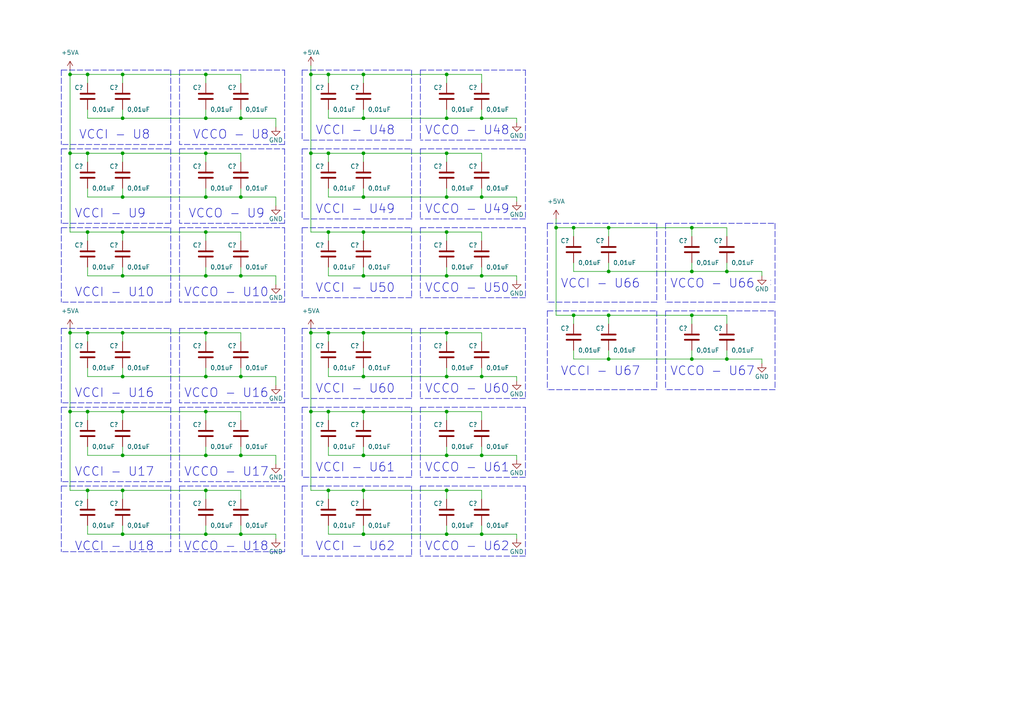
<source format=kicad_sch>
(kicad_sch (version 20211123) (generator eeschema)
  (paper "A4")
  (lib_symbols
    (symbol "Device:C" (pin_numbers hide) (pin_names (offset 0.254))
      (property "Reference" "C" (at 0.635 2.54 0))
      (property "Value" "C" (at 0.635 -2.54 0))
      (symbol "C_0_1"
        (polyline (pts (xy -2.032 -0.762) (xy 2.032 -0.762)) (stroke (width 0.508)))
        (polyline (pts (xy -2.032 0.762) (xy 2.032 0.762)) (stroke (width 0.508)))
      )
      (symbol "C_1_1"
        (pin passive line (at 0 3.81 270) (length 2.794) (name "~") (number "1"))
        (pin passive line (at 0 -3.81 90) (length 2.794) (name "~") (number "2"))
      )
    )
    (symbol "power:+5VA" (power) (pin_names (offset 0))
      (property "Value" "+5VA" (at 0 3.556 0))
      (symbol "+5VA_0_1"
        (polyline (pts (xy -0.762 1.27) (xy 0 2.54)))
        (polyline (pts (xy 0 0) (xy 0 2.54)))
        (polyline (pts (xy 0 2.54) (xy 0.762 1.27)))
      )
      (symbol "+5VA_1_1"
        (pin power_in line (at 0 0 90) (length 0) hide (name "+5VA") (number "1"))
      )
    )
    (symbol "power:GND" (power) (pin_names (offset 0))
      (property "Value" "GND" (at 0 -3.81 0))
      (symbol "GND_0_1"
        (polyline (pts (xy 0 0) (xy 0 -1.27) (xy 1.27 -1.27) (xy 0 -2.54) (xy -1.27 -1.27) (xy 0 -1.27)))
      )
      (symbol "GND_1_1"
        (pin power_in line (at 0 0 270) (length 0) hide (name "GND") (number "1"))
      )
    )
  )
  (junction (at 69.85 34.29))
  (junction (at 105.41 57.15))
  (junction (at 129.54 67.31))
  (junction (at 139.7 80.01))
  (junction (at 95.25 67.31))
  (junction (at 35.56 96.52))
  (junction (at 90.17 21.59))
  (junction (at 105.41 96.52))
  (junction (at 95.25 44.45))
  (junction (at 95.25 96.52))
  (junction (at 95.25 142.24))
  (junction (at 200.66 104.14))
  (junction (at 35.56 21.59))
  (junction (at 25.4 96.52))
  (junction (at 69.85 154.94))
  (junction (at 210.82 78.74))
  (junction (at 20.32 96.52))
  (junction (at 129.54 142.24))
  (junction (at 59.69 21.59))
  (junction (at 129.54 119.38))
  (junction (at 35.56 80.01))
  (junction (at 20.32 44.45))
  (junction (at 59.69 34.29))
  (junction (at 95.25 119.38))
  (junction (at 59.69 119.38))
  (junction (at 25.4 142.24))
  (junction (at 105.41 44.45))
  (junction (at 139.7 57.15))
  (junction (at 129.54 21.59))
  (junction (at 139.7 34.29))
  (junction (at 129.54 80.01))
  (junction (at 35.56 57.15))
  (junction (at 35.56 119.38))
  (junction (at 129.54 109.22))
  (junction (at 105.41 109.22))
  (junction (at 69.85 132.08))
  (junction (at 90.17 119.38))
  (junction (at 105.41 142.24))
  (junction (at 129.54 132.08))
  (junction (at 105.41 67.31))
  (junction (at 59.69 44.45))
  (junction (at 69.85 80.01))
  (junction (at 59.69 67.31))
  (junction (at 35.56 67.31))
  (junction (at 59.69 96.52))
  (junction (at 129.54 57.15))
  (junction (at 69.85 57.15))
  (junction (at 69.85 109.22))
  (junction (at 35.56 44.45))
  (junction (at 129.54 154.94))
  (junction (at 59.69 57.15))
  (junction (at 20.32 119.38))
  (junction (at 129.54 44.45))
  (junction (at 35.56 132.08))
  (junction (at 129.54 34.29))
  (junction (at 166.37 66.04))
  (junction (at 105.41 34.29))
  (junction (at 59.69 109.22))
  (junction (at 200.66 91.44))
  (junction (at 59.69 142.24))
  (junction (at 166.37 91.44))
  (junction (at 59.69 132.08))
  (junction (at 20.32 21.59))
  (junction (at 176.53 104.14))
  (junction (at 105.41 154.94))
  (junction (at 176.53 66.04))
  (junction (at 59.69 80.01))
  (junction (at 210.82 104.14))
  (junction (at 25.4 44.45))
  (junction (at 25.4 67.31))
  (junction (at 35.56 142.24))
  (junction (at 161.29 66.04))
  (junction (at 25.4 21.59))
  (junction (at 105.41 80.01))
  (junction (at 200.66 78.74))
  (junction (at 35.56 34.29))
  (junction (at 139.7 154.94))
  (junction (at 105.41 132.08))
  (junction (at 90.17 44.45))
  (junction (at 176.53 78.74))
  (junction (at 25.4 119.38))
  (junction (at 35.56 109.22))
  (junction (at 176.53 91.44))
  (junction (at 200.66 66.04))
  (junction (at 90.17 96.52))
  (junction (at 35.56 154.94))
  (junction (at 129.54 96.52))
  (junction (at 95.25 21.59))
  (junction (at 105.41 21.59))
  (junction (at 139.7 109.22))
  (junction (at 139.7 132.08))
  (junction (at 105.41 119.38))
  (junction (at 59.69 154.94))
  (wire (pts (xy 69.85 44.45) (xy 69.85 46.99)))
  (wire (pts (xy 220.98 78.74) (xy 210.82 78.74)))
  (wire (pts (xy 35.56 109.22) (xy 59.69 109.22)))
  (wire (pts (xy 105.41 21.59) (xy 129.54 21.59)))
  (wire (pts (xy 59.69 77.47) (xy 59.69 80.01)))
  (polyline (pts (xy 152.4 20.32) (xy 152.4 40.64)))
  (wire (pts (xy 59.69 67.31) (xy 59.69 69.85)))
  (wire (pts (xy 59.69 67.31) (xy 69.85 67.31)))
  (wire (pts (xy 129.54 129.54) (xy 129.54 132.08)))
  (wire (pts (xy 139.7 96.52) (xy 139.7 99.06)))
  (polyline (pts (xy 52.07 20.32) (xy 82.55 20.32)))
  (wire (pts (xy 95.25 152.4) (xy 95.25 154.94)))
  (wire (pts (xy 129.54 142.24) (xy 139.7 142.24)))
  (wire (pts (xy 210.82 78.74) (xy 200.66 78.74)))
  (polyline (pts (xy 121.92 43.18) (xy 121.92 63.5)))
  (polyline (pts (xy 49.53 64.77) (xy 17.78 64.77)))
  (polyline (pts (xy 152.4 66.04) (xy 152.4 86.36)))
  (wire (pts (xy 69.85 31.75) (xy 69.85 34.29)))
  (polyline (pts (xy 52.07 140.97) (xy 82.55 140.97)))
  (wire (pts (xy 35.56 44.45) (xy 59.69 44.45)))
  (wire (pts (xy 25.4 67.31) (xy 25.4 69.85)))
  (polyline (pts (xy 49.53 95.25) (xy 49.53 116.84)))
  (wire (pts (xy 69.85 106.68) (xy 69.85 109.22)))
  (wire (pts (xy 129.54 21.59) (xy 129.54 24.13)))
  (polyline (pts (xy 52.07 118.11) (xy 82.55 118.11)))
  (wire (pts (xy 166.37 66.04) (xy 166.37 68.58)))
  (wire (pts (xy 80.01 154.94) (xy 80.01 156.21)))
  (wire (pts (xy 90.17 119.38) (xy 95.25 119.38)))
  (wire (pts (xy 59.69 119.38) (xy 69.85 119.38)))
  (wire (pts (xy 139.7 154.94) (xy 129.54 154.94)))
  (polyline (pts (xy 49.53 116.84) (xy 17.78 116.84)))
  (wire (pts (xy 80.01 154.94) (xy 69.85 154.94)))
  (polyline (pts (xy 17.78 20.32) (xy 17.78 41.91)))
  (wire (pts (xy 129.54 119.38) (xy 129.54 121.92)))
  (wire (pts (xy 200.66 76.2) (xy 200.66 78.74)))
  (wire (pts (xy 95.25 21.59) (xy 105.41 21.59)))
  (wire (pts (xy 95.25 96.52) (xy 105.41 96.52)))
  (wire (pts (xy 69.85 96.52) (xy 69.85 99.06)))
  (polyline (pts (xy 87.63 20.32) (xy 87.63 40.64)))
  (wire (pts (xy 20.32 44.45) (xy 20.32 67.31)))
  (wire (pts (xy 35.56 67.31) (xy 59.69 67.31)))
  (wire (pts (xy 210.82 66.04) (xy 210.82 68.58)))
  (wire (pts (xy 210.82 104.14) (xy 200.66 104.14)))
  (wire (pts (xy 166.37 66.04) (xy 176.53 66.04)))
  (wire (pts (xy 35.56 54.61) (xy 35.56 57.15)))
  (wire (pts (xy 105.41 67.31) (xy 129.54 67.31)))
  (wire (pts (xy 69.85 77.47) (xy 69.85 80.01)))
  (polyline (pts (xy 121.92 95.25) (xy 121.92 115.57)))
  (wire (pts (xy 59.69 54.61) (xy 59.69 57.15)))
  (wire (pts (xy 105.41 21.59) (xy 105.41 24.13)))
  (wire (pts (xy 35.56 67.31) (xy 35.56 69.85)))
  (wire (pts (xy 90.17 44.45) (xy 95.25 44.45)))
  (polyline (pts (xy 121.92 95.25) (xy 152.4 95.25)))
  (wire (pts (xy 176.53 78.74) (xy 200.66 78.74)))
  (wire (pts (xy 95.25 54.61) (xy 95.25 57.15)))
  (polyline (pts (xy 87.63 43.18) (xy 119.38 43.18)))
  (polyline (pts (xy 82.55 116.84) (xy 52.07 116.84)))
  (wire (pts (xy 95.25 119.38) (xy 95.25 121.92)))
  (wire (pts (xy 25.4 31.75) (xy 25.4 34.29)))
  (wire (pts (xy 20.32 20.32) (xy 20.32 21.59)))
  (wire (pts (xy 25.4 96.52) (xy 25.4 99.06)))
  (polyline (pts (xy 87.63 118.11) (xy 87.63 138.43)))
  (polyline (pts (xy 49.53 139.7) (xy 17.78 139.7)))
  (polyline (pts (xy 87.63 118.11) (xy 119.38 118.11)))
  (wire (pts (xy 139.7 109.22) (xy 129.54 109.22)))
  (polyline (pts (xy 49.53 160.02) (xy 17.78 160.02)))
  (wire (pts (xy 59.69 129.54) (xy 59.69 132.08)))
  (wire (pts (xy 129.54 67.31) (xy 129.54 69.85)))
  (wire (pts (xy 176.53 91.44) (xy 200.66 91.44)))
  (wire (pts (xy 59.69 96.52) (xy 69.85 96.52)))
  (wire (pts (xy 35.56 57.15) (xy 25.4 57.15)))
  (wire (pts (xy 90.17 44.45) (xy 90.17 67.31)))
  (polyline (pts (xy 119.38 43.18) (xy 119.38 63.5)))
  (wire (pts (xy 149.86 57.15) (xy 149.86 58.42)))
  (wire (pts (xy 90.17 21.59) (xy 90.17 44.45)))
  (polyline (pts (xy 193.04 90.17) (xy 224.79 90.17)))
  (polyline (pts (xy 52.07 118.11) (xy 52.07 139.7)))
  (polyline (pts (xy 82.55 64.77) (xy 52.07 64.77)))
  (wire (pts (xy 176.53 91.44) (xy 176.53 93.98)))
  (polyline (pts (xy 52.07 43.18) (xy 52.07 64.77)))
  (wire (pts (xy 139.7 80.01) (xy 129.54 80.01)))
  (wire (pts (xy 69.85 142.24) (xy 69.85 144.78)))
  (wire (pts (xy 139.7 152.4) (xy 139.7 154.94)))
  (polyline (pts (xy 17.78 20.32) (xy 49.53 20.32)))
  (wire (pts (xy 80.01 132.08) (xy 69.85 132.08)))
  (wire (pts (xy 35.56 132.08) (xy 59.69 132.08)))
  (polyline (pts (xy 158.75 90.17) (xy 158.75 113.03)))
  (wire (pts (xy 166.37 91.44) (xy 166.37 93.98)))
  (wire (pts (xy 105.41 132.08) (xy 129.54 132.08)))
  (wire (pts (xy 80.01 57.15) (xy 80.01 59.69)))
  (wire (pts (xy 105.41 31.75) (xy 105.41 34.29)))
  (wire (pts (xy 105.41 109.22) (xy 95.25 109.22)))
  (wire (pts (xy 20.32 67.31) (xy 25.4 67.31)))
  (polyline (pts (xy 87.63 66.04) (xy 87.63 86.36)))
  (polyline (pts (xy 152.4 40.64) (xy 121.92 40.64)))
  (polyline (pts (xy 119.38 40.64) (xy 87.63 40.64)))
  (wire (pts (xy 95.25 119.38) (xy 105.41 119.38)))
  (wire (pts (xy 161.29 66.04) (xy 161.29 91.44)))
  (wire (pts (xy 35.56 154.94) (xy 59.69 154.94)))
  (wire (pts (xy 139.7 119.38) (xy 139.7 121.92)))
  (polyline (pts (xy 17.78 66.04) (xy 49.53 66.04)))
  (wire (pts (xy 35.56 21.59) (xy 35.56 24.13)))
  (wire (pts (xy 105.41 80.01) (xy 95.25 80.01)))
  (wire (pts (xy 129.54 67.31) (xy 139.7 67.31)))
  (wire (pts (xy 80.01 34.29) (xy 80.01 36.83)))
  (wire (pts (xy 59.69 31.75) (xy 59.69 34.29)))
  (polyline (pts (xy 224.79 113.03) (xy 193.04 113.03)))
  (polyline (pts (xy 119.38 95.25) (xy 119.38 115.57)))
  (wire (pts (xy 90.17 21.59) (xy 95.25 21.59)))
  (wire (pts (xy 25.4 44.45) (xy 35.56 44.45)))
  (polyline (pts (xy 17.78 66.04) (xy 17.78 87.63)))
  (wire (pts (xy 69.85 67.31) (xy 69.85 69.85)))
  (polyline (pts (xy 82.55 20.32) (xy 82.55 41.91)))
  (wire (pts (xy 69.85 109.22) (xy 59.69 109.22)))
  (wire (pts (xy 69.85 34.29) (xy 59.69 34.29)))
  (wire (pts (xy 25.4 21.59) (xy 35.56 21.59)))
  (wire (pts (xy 35.56 80.01) (xy 59.69 80.01)))
  (polyline (pts (xy 87.63 43.18) (xy 87.63 63.5)))
  (wire (pts (xy 129.54 96.52) (xy 139.7 96.52)))
  (wire (pts (xy 105.41 132.08) (xy 95.25 132.08)))
  (wire (pts (xy 35.56 34.29) (xy 59.69 34.29)))
  (wire (pts (xy 20.32 96.52) (xy 25.4 96.52)))
  (wire (pts (xy 105.41 54.61) (xy 105.41 57.15)))
  (wire (pts (xy 129.54 106.68) (xy 129.54 109.22)))
  (wire (pts (xy 161.29 66.04) (xy 166.37 66.04)))
  (polyline (pts (xy 223.52 82.55) (xy 223.52 82.55)))
  (wire (pts (xy 200.66 66.04) (xy 200.66 68.58)))
  (wire (pts (xy 149.86 80.01) (xy 149.86 81.28)))
  (polyline (pts (xy 49.53 140.97) (xy 49.53 160.02)))
  (wire (pts (xy 105.41 80.01) (xy 129.54 80.01)))
  (wire (pts (xy 20.32 142.24) (xy 25.4 142.24)))
  (polyline (pts (xy 82.55 140.97) (xy 82.55 160.02)))
  (wire (pts (xy 35.56 21.59) (xy 59.69 21.59)))
  (polyline (pts (xy 17.78 43.18) (xy 49.53 43.18)))
  (polyline (pts (xy 158.75 64.77) (xy 158.75 87.63)))
  (polyline (pts (xy 121.92 66.04) (xy 121.92 86.36)))
  (polyline (pts (xy 82.55 95.25) (xy 82.55 116.84)))
  (wire (pts (xy 59.69 142.24) (xy 69.85 142.24)))
  (polyline (pts (xy 224.79 87.63) (xy 193.04 87.63)))
  (polyline (pts (xy 193.04 64.77) (xy 224.79 64.77)))
  (polyline (pts (xy 52.07 140.97) (xy 52.07 160.02)))
  (wire (pts (xy 80.01 34.29) (xy 69.85 34.29)))
  (polyline (pts (xy 121.92 20.32) (xy 152.4 20.32)))
  (wire (pts (xy 149.86 109.22) (xy 139.7 109.22)))
  (wire (pts (xy 69.85 132.08) (xy 59.69 132.08)))
  (wire (pts (xy 139.7 106.68) (xy 139.7 109.22)))
  (wire (pts (xy 20.32 119.38) (xy 20.32 142.24)))
  (wire (pts (xy 176.53 76.2) (xy 176.53 78.74)))
  (polyline (pts (xy 49.53 66.04) (xy 49.53 87.63)))
  (wire (pts (xy 95.25 21.59) (xy 95.25 24.13)))
  (wire (pts (xy 25.4 96.52) (xy 35.56 96.52)))
  (wire (pts (xy 129.54 44.45) (xy 129.54 46.99)))
  (wire (pts (xy 69.85 54.61) (xy 69.85 57.15)))
  (polyline (pts (xy 152.4 140.97) (xy 152.4 161.29)))
  (polyline (pts (xy 82.55 113.03) (xy 82.55 113.03)))
  (wire (pts (xy 69.85 129.54) (xy 69.85 132.08)))
  (wire (pts (xy 176.53 78.74) (xy 166.37 78.74)))
  (wire (pts (xy 59.69 44.45) (xy 59.69 46.99)))
  (wire (pts (xy 69.85 80.01) (xy 59.69 80.01)))
  (wire (pts (xy 95.25 142.24) (xy 95.25 144.78)))
  (wire (pts (xy 176.53 104.14) (xy 166.37 104.14)))
  (polyline (pts (xy 119.38 86.36) (xy 87.63 86.36)))
  (wire (pts (xy 25.4 119.38) (xy 35.56 119.38)))
  (wire (pts (xy 210.82 101.6) (xy 210.82 104.14)))
  (polyline (pts (xy 119.38 115.57) (xy 87.63 115.57)))
  (wire (pts (xy 20.32 96.52) (xy 20.32 119.38)))
  (wire (pts (xy 35.56 119.38) (xy 59.69 119.38)))
  (polyline (pts (xy 52.07 43.18) (xy 82.55 43.18)))
  (wire (pts (xy 139.7 34.29) (xy 129.54 34.29)))
  (polyline (pts (xy 224.79 90.17) (xy 224.79 113.03)))
  (polyline (pts (xy 190.5 90.17) (xy 190.5 113.03)))
  (polyline (pts (xy 121.92 43.18) (xy 152.4 43.18)))
  (wire (pts (xy 149.86 132.08) (xy 139.7 132.08)))
  (polyline (pts (xy 17.78 140.97) (xy 49.53 140.97)))
  (wire (pts (xy 105.41 44.45) (xy 129.54 44.45)))
  (polyline (pts (xy 17.78 95.25) (xy 17.78 116.84)))
  (polyline (pts (xy 49.53 41.91) (xy 17.78 41.91)))
  (wire (pts (xy 59.69 96.52) (xy 59.69 99.06)))
  (polyline (pts (xy 224.79 64.77) (xy 224.79 87.63)))
  (polyline (pts (xy 158.75 90.17) (xy 190.5 90.17)))
  (wire (pts (xy 95.25 106.68) (xy 95.25 109.22)))
  (wire (pts (xy 35.56 96.52) (xy 59.69 96.52)))
  (wire (pts (xy 59.69 44.45) (xy 69.85 44.45)))
  (polyline (pts (xy 152.4 118.11) (xy 152.4 138.43)))
  (wire (pts (xy 149.86 154.94) (xy 149.86 156.21)))
  (wire (pts (xy 105.41 154.94) (xy 129.54 154.94)))
  (polyline (pts (xy 121.92 20.32) (xy 121.92 40.64)))
  (wire (pts (xy 105.41 142.24) (xy 129.54 142.24)))
  (polyline (pts (xy 52.07 66.04) (xy 82.55 66.04)))
  (wire (pts (xy 90.17 19.05) (xy 90.17 21.59)))
  (wire (pts (xy 129.54 44.45) (xy 139.7 44.45)))
  (wire (pts (xy 35.56 129.54) (xy 35.56 132.08)))
  (wire (pts (xy 25.4 54.61) (xy 25.4 57.15)))
  (wire (pts (xy 139.7 132.08) (xy 129.54 132.08)))
  (wire (pts (xy 20.32 119.38) (xy 25.4 119.38)))
  (wire (pts (xy 129.54 77.47) (xy 129.54 80.01)))
  (polyline (pts (xy 52.07 95.25) (xy 82.55 95.25)))
  (wire (pts (xy 90.17 95.25) (xy 90.17 96.52)))
  (wire (pts (xy 166.37 101.6) (xy 166.37 104.14)))
  (polyline (pts (xy 152.4 115.57) (xy 121.92 115.57)))
  (wire (pts (xy 25.4 44.45) (xy 25.4 46.99)))
  (polyline (pts (xy 121.92 118.11) (xy 121.92 138.43)))
  (wire (pts (xy 129.54 21.59) (xy 139.7 21.59)))
  (wire (pts (xy 95.25 77.47) (xy 95.25 80.01)))
  (wire (pts (xy 95.25 44.45) (xy 95.25 46.99)))
  (polyline (pts (xy 52.07 66.04) (xy 52.07 87.63)))
  (polyline (pts (xy 193.04 90.17) (xy 193.04 113.03)))
  (wire (pts (xy 35.56 57.15) (xy 59.69 57.15)))
  (polyline (pts (xy 121.92 140.97) (xy 121.92 161.29)))
  (wire (pts (xy 161.29 63.5) (xy 161.29 66.04)))
  (wire (pts (xy 105.41 106.68) (xy 105.41 109.22)))
  (polyline (pts (xy 121.92 118.11) (xy 152.4 118.11)))
  (wire (pts (xy 139.7 31.75) (xy 139.7 34.29)))
  (polyline (pts (xy 152.4 161.29) (xy 121.92 161.29)))
  (polyline (pts (xy 17.78 43.18) (xy 17.78 64.77)))
  (wire (pts (xy 35.56 77.47) (xy 35.56 80.01)))
  (wire (pts (xy 139.7 21.59) (xy 139.7 24.13)))
  (polyline (pts (xy 52.07 20.32) (xy 52.07 41.91)))
  (polyline (pts (xy 87.63 95.25) (xy 87.63 115.57)))
  (wire (pts (xy 35.56 132.08) (xy 25.4 132.08)))
  (wire (pts (xy 25.4 77.47) (xy 25.4 80.01)))
  (wire (pts (xy 95.25 96.52) (xy 95.25 99.06)))
  (polyline (pts (xy 82.55 118.11) (xy 82.55 139.7)))
  (wire (pts (xy 25.4 21.59) (xy 25.4 24.13)))
  (wire (pts (xy 69.85 119.38) (xy 69.85 121.92)))
  (wire (pts (xy 35.56 154.94) (xy 25.4 154.94)))
  (wire (pts (xy 200.66 101.6) (xy 200.66 104.14)))
  (polyline (pts (xy 119.38 20.32) (xy 119.38 40.64)))
  (wire (pts (xy 129.54 31.75) (xy 129.54 34.29)))
  (wire (pts (xy 149.86 34.29) (xy 139.7 34.29)))
  (wire (pts (xy 35.56 106.68) (xy 35.56 109.22)))
  (wire (pts (xy 149.86 80.01) (xy 139.7 80.01)))
  (wire (pts (xy 95.25 142.24) (xy 105.41 142.24)))
  (wire (pts (xy 25.4 129.54) (xy 25.4 132.08)))
  (wire (pts (xy 139.7 67.31) (xy 139.7 69.85)))
  (polyline (pts (xy 82.55 87.63) (xy 52.07 87.63)))
  (wire (pts (xy 69.85 57.15) (xy 59.69 57.15)))
  (polyline (pts (xy 82.55 43.18) (xy 82.55 64.77)))
  (wire (pts (xy 59.69 106.68) (xy 59.69 109.22)))
  (wire (pts (xy 35.56 96.52) (xy 35.56 99.06)))
  (wire (pts (xy 69.85 21.59) (xy 69.85 24.13)))
  (polyline (pts (xy 82.55 41.91) (xy 52.07 41.91)))
  (polyline (pts (xy 82.55 139.7) (xy 52.07 139.7)))
  (wire (pts (xy 90.17 142.24) (xy 95.25 142.24)))
  (wire (pts (xy 69.85 154.94) (xy 59.69 154.94)))
  (wire (pts (xy 139.7 129.54) (xy 139.7 132.08)))
  (wire (pts (xy 105.41 129.54) (xy 105.41 132.08)))
  (wire (pts (xy 129.54 96.52) (xy 129.54 99.06)))
  (polyline (pts (xy 62.23 20.32) (xy 62.23 20.32)))
  (wire (pts (xy 105.41 96.52) (xy 129.54 96.52)))
  (wire (pts (xy 20.32 95.25) (xy 20.32 96.52)))
  (polyline (pts (xy 119.38 140.97) (xy 119.38 161.29)))
  (wire (pts (xy 35.56 34.29) (xy 25.4 34.29)))
  (polyline (pts (xy 82.55 111.76) (xy 82.55 111.76)))
  (polyline (pts (xy 190.5 87.63) (xy 158.75 87.63)))
  (wire (pts (xy 105.41 109.22) (xy 129.54 109.22)))
  (wire (pts (xy 35.56 142.24) (xy 59.69 142.24)))
  (wire (pts (xy 95.25 44.45) (xy 105.41 44.45)))
  (wire (pts (xy 176.53 104.14) (xy 200.66 104.14)))
  (wire (pts (xy 59.69 21.59) (xy 69.85 21.59)))
  (wire (pts (xy 80.01 57.15) (xy 69.85 57.15)))
  (wire (pts (xy 80.01 109.22) (xy 69.85 109.22)))
  (polyline (pts (xy 190.5 64.77) (xy 190.5 87.63)))
  (wire (pts (xy 35.56 119.38) (xy 35.56 121.92)))
  (wire (pts (xy 90.17 67.31) (xy 95.25 67.31)))
  (polyline (pts (xy 119.38 118.11) (xy 119.38 138.43)))
  (wire (pts (xy 105.41 119.38) (xy 129.54 119.38)))
  (wire (pts (xy 200.66 91.44) (xy 210.82 91.44)))
  (wire (pts (xy 105.41 34.29) (xy 95.25 34.29)))
  (wire (pts (xy 149.86 154.94) (xy 139.7 154.94)))
  (wire (pts (xy 139.7 77.47) (xy 139.7 80.01)))
  (wire (pts (xy 90.17 96.52) (xy 95.25 96.52)))
  (wire (pts (xy 25.4 142.24) (xy 25.4 144.78)))
  (polyline (pts (xy 119.38 138.43) (xy 87.63 138.43)))
  (polyline (pts (xy 152.4 86.36) (xy 121.92 86.36)))
  (wire (pts (xy 220.98 104.14) (xy 210.82 104.14)))
  (wire (pts (xy 200.66 91.44) (xy 200.66 93.98)))
  (polyline (pts (xy 87.63 20.32) (xy 119.38 20.32)))
  (wire (pts (xy 35.56 80.01) (xy 25.4 80.01)))
  (wire (pts (xy 149.86 34.29) (xy 149.86 35.56)))
  (wire (pts (xy 35.56 142.24) (xy 35.56 144.78)))
  (polyline (pts (xy 87.63 140.97) (xy 119.38 140.97)))
  (wire (pts (xy 105.41 142.24) (xy 105.41 144.78)))
  (wire (pts (xy 149.86 57.15) (xy 139.7 57.15)))
  (wire (pts (xy 35.56 109.22) (xy 25.4 109.22)))
  (polyline (pts (xy 119.38 161.29) (xy 87.63 161.29)))
  (polyline (pts (xy 152.4 138.43) (xy 121.92 138.43)))
  (polyline (pts (xy 152.4 95.25) (xy 152.4 115.57)))
  (wire (pts (xy 25.4 119.38) (xy 25.4 121.92)))
  (wire (pts (xy 129.54 119.38) (xy 139.7 119.38)))
  (polyline (pts (xy 49.53 118.11) (xy 49.53 139.7)))
  (wire (pts (xy 25.4 67.31) (xy 35.56 67.31)))
  (polyline (pts (xy 17.78 118.11) (xy 17.78 139.7)))
  (wire (pts (xy 25.4 152.4) (xy 25.4 154.94)))
  (wire (pts (xy 129.54 152.4) (xy 129.54 154.94)))
  (wire (pts (xy 139.7 57.15) (xy 129.54 57.15)))
  (wire (pts (xy 95.25 31.75) (xy 95.25 34.29)))
  (wire (pts (xy 35.56 152.4) (xy 35.56 154.94)))
  (wire (pts (xy 25.4 106.68) (xy 25.4 109.22)))
  (wire (pts (xy 176.53 66.04) (xy 200.66 66.04)))
  (wire (pts (xy 90.17 119.38) (xy 90.17 142.24)))
  (wire (pts (xy 220.98 78.74) (xy 220.98 80.01)))
  (wire (pts (xy 20.32 44.45) (xy 25.4 44.45)))
  (wire (pts (xy 149.86 132.08) (xy 149.86 133.35)))
  (polyline (pts (xy 190.5 113.03) (xy 158.75 113.03)))
  (wire (pts (xy 105.41 96.52) (xy 105.41 99.06)))
  (polyline (pts (xy 119.38 63.5) (xy 87.63 63.5)))
  (polyline (pts (xy 121.92 140.97) (xy 152.4 140.97)))
  (wire (pts (xy 59.69 152.4) (xy 59.69 154.94)))
  (wire (pts (xy 176.53 101.6) (xy 176.53 104.14)))
  (wire (pts (xy 105.41 34.29) (xy 129.54 34.29)))
  (polyline (pts (xy 17.78 140.97) (xy 17.78 160.02)))
  (wire (pts (xy 176.53 66.04) (xy 176.53 68.58)))
  (polyline (pts (xy 49.53 87.63) (xy 17.78 87.63)))
  (wire (pts (xy 166.37 91.44) (xy 176.53 91.44)))
  (wire (pts (xy 95.25 67.31) (xy 95.25 69.85)))
  (wire (pts (xy 105.41 67.31) (xy 105.41 69.85)))
  (polyline (pts (xy 17.78 118.11) (xy 49.53 118.11)))
  (wire (pts (xy 139.7 54.61) (xy 139.7 57.15)))
  (wire (pts (xy 80.01 132.08) (xy 80.01 134.62)))
  (polyline (pts (xy 87.63 66.04) (xy 119.38 66.04)))
  (wire (pts (xy 161.29 91.44) (xy 166.37 91.44)))
  (polyline (pts (xy 119.38 66.04) (xy 119.38 86.36)))
  (wire (pts (xy 149.86 109.22) (xy 149.86 110.49)))
  (polyline (pts (xy 158.75 64.77) (xy 190.5 64.77)))
  (polyline (pts (xy 193.04 64.77) (xy 193.04 87.63)))
  (polyline (pts (xy 87.63 140.97) (xy 87.63 161.29)))
  (wire (pts (xy 59.69 119.38) (xy 59.69 121.92)))
  (polyline (pts (xy 52.07 95.25) (xy 52.07 116.84)))
  (wire (pts (xy 139.7 44.45) (xy 139.7 46.99)))
  (wire (pts (xy 20.32 21.59) (xy 20.32 44.45)))
  (polyline (pts (xy 82.55 160.02) (xy 52.07 160.02)))
  (wire (pts (xy 105.41 57.15) (xy 95.25 57.15)))
  (polyline (pts (xy 87.63 95.25) (xy 119.38 95.25)))
  (wire (pts (xy 95.25 129.54) (xy 95.25 132.08)))
  (wire (pts (xy 105.41 119.38) (xy 105.41 121.92)))
  (wire (pts (xy 105.41 152.4) (xy 105.41 154.94)))
  (wire (pts (xy 69.85 152.4) (xy 69.85 154.94)))
  (wire (pts (xy 210.82 76.2) (xy 210.82 78.74)))
  (wire (pts (xy 59.69 21.59) (xy 59.69 24.13)))
  (wire (pts (xy 90.17 96.52) (xy 90.17 119.38)))
  (wire (pts (xy 105.41 154.94) (xy 95.25 154.94)))
  (polyline (pts (xy 49.53 43.18) (xy 49.53 64.77)))
  (wire (pts (xy 105.41 57.15) (xy 129.54 57.15)))
  (wire (pts (xy 200.66 66.04) (xy 210.82 66.04)))
  (wire (pts (xy 80.01 80.01) (xy 80.01 82.55)))
  (polyline (pts (xy 121.92 66.04) (xy 152.4 66.04)))
  (wire (pts (xy 80.01 109.22) (xy 80.01 111.76)))
  (wire (pts (xy 80.01 80.01) (xy 69.85 80.01)))
  (wire (pts (xy 25.4 142.24) (xy 35.56 142.24)))
  (wire (pts (xy 166.37 76.2) (xy 166.37 78.74)))
  (wire (pts (xy 220.98 104.14) (xy 220.98 105.41)))
  (polyline (pts (xy 49.53 20.32) (xy 49.53 41.91)))
  (wire (pts (xy 59.69 142.24) (xy 59.69 144.78)))
  (wire (pts (xy 129.54 142.24) (xy 129.54 144.78)))
  (wire (pts (xy 105.41 44.45) (xy 105.41 46.99)))
  (wire (pts (xy 129.54 54.61) (xy 129.54 57.15)))
  (wire (pts (xy 139.7 142.24) (xy 139.7 144.78)))
  (wire (pts (xy 95.25 67.31) (xy 105.41 67.31)))
  (wire (pts (xy 35.56 44.45) (xy 35.56 46.99)))
  (polyline (pts (xy 223.52 81.28) (xy 223.52 81.28)))
  (polyline (pts (xy 17.78 95.25) (xy 49.53 95.25)))
  (polyline (pts (xy 82.55 66.04) (xy 82.55 87.63)))
  (wire (pts (xy 35.56 31.75) (xy 35.56 34.29)))
  (wire (pts (xy 20.32 21.59) (xy 25.4 21.59)))
  (polyline (pts (xy 152.4 43.18) (xy 152.4 63.5)))
  (wire (pts (xy 210.82 91.44) (xy 210.82 93.98)))
  (wire (pts (xy 105.41 77.47) (xy 105.41 80.01)))
  (polyline (pts (xy 152.4 63.5) (xy 121.92 63.5)))
  (text "VCCO - U67" (at 194.31 109.22 0) (effects (font (size 2.54 2.54)) (justify left bottom)))
  (text "VCCI - U8" (at 22.86 40.64 0) (effects (font (size 2.54 2.54)) (justify left bottom)))
  (text "VCCO - U50" (at 123.19 85.09 0) (effects (font (size 2.54 2.54)) (justify left bottom)))
  (text "VCCI - U50" (at 91.44 85.09 0) (effects (font (size 2.54 2.54)) (justify left bottom)))
  (text "VCCO - U66" (at 194.31 83.82 0) (effects (font (size 2.54 2.54)) (justify left bottom)))
  (text "VCCO - U10" (at 53.34 86.36 0) (effects (font (size 2.54 2.54)) (justify left bottom)))
  (text "VCCO - U49" (at 123.19 62.23 0) (effects (font (size 2.54 2.54)) (justify left bottom)))
  (text "VCCO - U17" (at 53.34 138.43 0) (effects (font (size 2.54 2.54)) (justify left bottom)))
  (text "VCCI - U18" (at 21.59 160.02 0) (effects (font (size 2.54 2.54)) (justify left bottom)))
  (text "VCCI - U17" (at 21.59 138.43 0) (effects (font (size 2.54 2.54)) (justify left bottom)))
  (text "VCCO - U9" (at 54.61 63.5 0) (effects (font (size 2.54 2.54)) (justify left bottom)))
  (text "VCCO - U62" (at 123.19 160.02 0) (effects (font (size 2.54 2.54)) (justify left bottom)))
  (text "VCCI - U49" (at 91.44 62.23 0) (effects (font (size 2.54 2.54)) (justify left bottom)))
  (text "VCCO - U48" (at 123.19 39.37 0) (effects (font (size 2.54 2.54)) (justify left bottom)))
  (text "VCCI - U67" (at 162.56 109.22 0) (effects (font (size 2.54 2.54)) (justify left bottom)))
  (text "VCCO - U8" (at 55.88 40.64 0) (effects (font (size 2.54 2.54)) (justify left bottom)))
  (text "VCCI - U66" (at 162.56 83.82 0) (effects (font (size 2.54 2.54)) (justify left bottom)))
  (text "VCCI - U48" (at 91.44 39.37 0) (effects (font (size 2.54 2.54)) (justify left bottom)))
  (text "VCCO - U16" (at 53.34 115.57 0) (effects (font (size 2.54 2.54)) (justify left bottom)))
  (text "VCCO - U18\n" (at 53.34 160.02 0) (effects (font (size 2.54 2.54)) (justify left bottom)))
  (text "VCCI - U61" (at 91.44 137.16 0) (effects (font (size 2.54 2.54)) (justify left bottom)))
  (text "VCCI - U9" (at 21.59 63.5 0) (effects (font (size 2.54 2.54)) (justify left bottom)))
  (text "VCCI - U16" (at 21.59 115.57 0) (effects (font (size 2.54 2.54)) (justify left bottom)))
  (text "VCCI - U62" (at 91.44 160.02 0) (effects (font (size 2.54 2.54)) (justify left bottom)))
  (text "VCCO - U61" (at 123.19 137.16 0) (effects (font (size 2.54 2.54)) (justify left bottom)))
  (text "VCCI - U60" (at 91.44 114.3 0) (effects (font (size 2.54 2.54)) (justify left bottom)))
  (text "VCCO - U60" (at 123.19 114.3 0) (effects (font (size 2.54 2.54)) (justify left bottom)))
  (text "VCCI - U10" (at 21.59 86.36 0) (effects (font (size 2.54 2.54)) (justify left bottom)))
  (symbol (lib_id "Device:C") (at 105.41 50.8 0) (unit 1)
    (property "Reference" "C?" (at 101.6 48.26 0) (effects (justify left)))
    (property "Value" "0,01uF" (at 106.68 54.61 0) (effects (justify left)))
    (property "Footprint" "Capacitor_SMD:C_0603_1608Metric" (effects hide))
  )
  (symbol (lib_id "Device:C") (at 35.56 73.66 0) (unit 1)
    (property "Reference" "C?" (at 31.75 71.12 0) (effects (justify left)))
    (property "Value" "0,01uF" (at 36.83 77.47 0) (effects (justify left)))
    (property "Footprint" "Capacitor_SMD:C_0603_1608Metric" (effects hide))
  )
  (symbol (lib_id "Device:C") (at 35.56 102.87 0) (unit 1)
    (property "Reference" "C?" (at 31.75 100.33 0) (effects (justify left)))
    (property "Value" "0,01uF" (at 36.83 106.68 0) (effects (justify left)))
    (property "Footprint" "Capacitor_SMD:C_0603_1608Metric" (effects hide))
  )
  (symbol (lib_id "Device:C") (at 69.85 102.87 0) (unit 1)
    (property "Reference" "C?" (at 66.04 100.33 0) (effects (justify left)))
    (property "Value" "0,01uF" (at 71.12 106.68 0) (effects (justify left)))
    (property "Footprint" "Capacitor_SMD:C_0603_1608Metric" (effects hide))
  )
  (symbol (lib_id "power:GND") (at 220.98 105.41 0) (unit 1)
    (property "Reference" "#PWR?" (effects hide))
    (property "Value" "GND" (at 220.98 109.22 0))
  )
  (symbol (lib_id "Device:C") (at 200.66 72.39 0) (unit 1)
    (property "Reference" "C?" (at 196.85 69.85 0) (effects (justify left)))
    (property "Value" "0,01uF" (at 201.93 76.2 0) (effects (justify left)))
    (property "Footprint" "Capacitor_SMD:C_0603_1608Metric" (effects hide))
  )
  (symbol (lib_id "power:GND") (at 149.86 35.56 0) (unit 1)
    (property "Reference" "#PWR?" (effects hide))
    (property "Value" "GND" (at 149.86 39.37 0))
  )
  (symbol (lib_id "Device:C") (at 139.7 27.94 0) (unit 1)
    (property "Reference" "C?" (at 135.89 25.4 0) (effects (justify left)))
    (property "Value" "0,01uF" (at 140.97 31.75 0) (effects (justify left)))
    (property "Footprint" "Capacitor_SMD:C_0603_1608Metric" (effects hide))
  )
  (symbol (lib_id "Device:C") (at 69.85 125.73 0) (unit 1)
    (property "Reference" "C?" (at 66.04 123.19 0) (effects (justify left)))
    (property "Value" "0,01uF" (at 71.12 129.54 0) (effects (justify left)))
    (property "Footprint" "Capacitor_SMD:C_0603_1608Metric" (effects hide))
  )
  (symbol (lib_id "Device:C") (at 139.7 148.59 0) (unit 1)
    (property "Reference" "C?" (at 135.89 146.05 0) (effects (justify left)))
    (property "Value" "0,01uF" (at 140.97 152.4 0) (effects (justify left)))
    (property "Footprint" "Capacitor_SMD:C_0603_1608Metric" (effects hide))
  )
  (symbol (lib_id "power:GND") (at 149.86 110.49 0) (unit 1)
    (property "Reference" "#PWR?" (effects hide))
    (property "Value" "GND" (at 149.86 114.3 0))
  )
  (symbol (lib_id "Device:C") (at 129.54 102.87 0) (unit 1)
    (property "Reference" "C?" (at 125.73 100.33 0) (effects (justify left)))
    (property "Value" "0,01uF" (at 130.81 106.68 0) (effects (justify left)))
    (property "Footprint" "Capacitor_SMD:C_0603_1608Metric" (effects hide))
  )
  (symbol (lib_id "Device:C") (at 25.4 125.73 0) (unit 1)
    (property "Reference" "C?" (at 21.59 123.19 0) (effects (justify left)))
    (property "Value" "0,01uF" (at 26.67 129.54 0) (effects (justify left)))
    (property "Footprint" "Capacitor_SMD:C_0603_1608Metric" (effects hide))
  )
  (symbol (lib_id "Device:C") (at 25.4 27.94 0) (unit 1)
    (property "Reference" "C?" (at 21.59 25.4 0) (effects (justify left)))
    (property "Value" "0,01uF" (at 26.67 31.75 0) (effects (justify left)))
    (property "Footprint" "Capacitor_SMD:C_0603_1608Metric" (effects hide))
  )
  (symbol (lib_id "Device:C") (at 95.25 102.87 0) (unit 1)
    (property "Reference" "C?" (at 91.44 100.33 0) (effects (justify left)))
    (property "Value" "0,01uF" (at 96.52 106.68 0) (effects (justify left)))
    (property "Footprint" "Capacitor_SMD:C_0603_1608Metric" (effects hide))
  )
  (symbol (lib_id "Device:C") (at 166.37 97.79 0) (unit 1)
    (property "Reference" "C?" (at 162.56 95.25 0) (effects (justify left)))
    (property "Value" "0,01uF" (at 167.64 101.6 0) (effects (justify left)))
    (property "Footprint" "Capacitor_SMD:C_0603_1608Metric" (effects hide))
  )
  (symbol (lib_id "Device:C") (at 105.41 73.66 0) (unit 1)
    (property "Reference" "C?" (at 101.6 71.12 0) (effects (justify left)))
    (property "Value" "0,01uF" (at 106.68 77.47 0) (effects (justify left)))
    (property "Footprint" "Capacitor_SMD:C_0603_1608Metric" (effects hide))
  )
  (symbol (lib_id "Device:C") (at 139.7 102.87 0) (unit 1)
    (property "Reference" "C?" (at 135.89 100.33 0) (effects (justify left)))
    (property "Value" "0,01uF" (at 140.97 106.68 0) (effects (justify left)))
    (property "Footprint" "Capacitor_SMD:C_0603_1608Metric" (effects hide))
  )
  (symbol (lib_id "Device:C") (at 59.69 73.66 0) (unit 1)
    (property "Reference" "C?" (at 55.88 71.12 0) (effects (justify left)))
    (property "Value" "0,01uF" (at 60.96 77.47 0) (effects (justify left)))
    (property "Footprint" "Capacitor_SMD:C_0603_1608Metric" (effects hide))
  )
  (symbol (lib_id "Device:C") (at 105.41 102.87 0) (unit 1)
    (property "Reference" "C?" (at 101.6 100.33 0) (effects (justify left)))
    (property "Value" "0,01uF" (at 106.68 106.68 0) (effects (justify left)))
    (property "Footprint" "Capacitor_SMD:C_0603_1608Metric" (effects hide))
  )
  (symbol (lib_id "power:GND") (at 149.86 156.21 0) (unit 1)
    (property "Reference" "#PWR?" (effects hide))
    (property "Value" "GND" (at 149.86 160.02 0))
  )
  (symbol (lib_id "power:+5VA") (at 161.29 63.5 0) (unit 1)
    (property "Reference" "#PWR?" (effects hide))
    (property "Value" "+5VA" (at 161.29 58.42 0))
  )
  (symbol (lib_id "Device:C") (at 25.4 148.59 0) (unit 1)
    (property "Reference" "C?" (at 21.59 146.05 0) (effects (justify left)))
    (property "Value" "0,01uF" (at 26.67 152.4 0) (effects (justify left)))
    (property "Footprint" "Capacitor_SMD:C_0603_1608Metric" (effects hide))
  )
  (symbol (lib_id "power:GND") (at 149.86 58.42 0) (unit 1)
    (property "Reference" "#PWR?" (effects hide))
    (property "Value" "GND" (at 149.86 62.23 0))
  )
  (symbol (lib_id "Device:C") (at 139.7 125.73 0) (unit 1)
    (property "Reference" "C?" (at 135.89 123.19 0) (effects (justify left)))
    (property "Value" "0,01uF" (at 140.97 129.54 0) (effects (justify left)))
    (property "Footprint" "Capacitor_SMD:C_0603_1608Metric" (effects hide))
  )
  (symbol (lib_id "Device:C") (at 210.82 72.39 0) (unit 1)
    (property "Reference" "C?" (at 207.01 69.85 0) (effects (justify left)))
    (property "Value" "0,01uF" (at 212.09 76.2 0) (effects (justify left)))
    (property "Footprint" "Capacitor_SMD:C_0603_1608Metric" (effects hide))
  )
  (symbol (lib_id "power:GND") (at 80.01 59.69 0) (unit 1)
    (property "Reference" "#PWR?" (effects hide))
    (property "Value" "GND" (at 80.01 63.5 0))
  )
  (symbol (lib_id "power:GND") (at 80.01 82.55 0) (unit 1)
    (property "Reference" "#PWR?" (effects hide))
    (property "Value" "GND" (at 80.01 86.36 0))
  )
  (symbol (lib_id "Device:C") (at 129.54 27.94 0) (unit 1)
    (property "Reference" "C?" (at 125.73 25.4 0) (effects (justify left)))
    (property "Value" "0,01uF" (at 130.81 31.75 0) (effects (justify left)))
    (property "Footprint" "Capacitor_SMD:C_0603_1608Metric" (effects hide))
  )
  (symbol (lib_id "Device:C") (at 95.25 73.66 0) (unit 1)
    (property "Reference" "C?" (at 91.44 71.12 0) (effects (justify left)))
    (property "Value" "0,01uF" (at 96.52 77.47 0) (effects (justify left)))
    (property "Footprint" "Capacitor_SMD:C_0603_1608Metric" (effects hide))
  )
  (symbol (lib_id "Device:C") (at 25.4 102.87 0) (unit 1)
    (property "Reference" "C?" (at 21.59 100.33 0) (effects (justify left)))
    (property "Value" "0,01uF" (at 26.67 106.68 0) (effects (justify left)))
    (property "Footprint" "Capacitor_SMD:C_0603_1608Metric" (effects hide))
  )
  (symbol (lib_id "power:GND") (at 80.01 36.83 0) (unit 1)
    (property "Reference" "#PWR?" (effects hide))
    (property "Value" "GND" (at 80.01 40.64 0))
  )
  (symbol (lib_id "Device:C") (at 35.56 125.73 0) (unit 1)
    (property "Reference" "C?" (at 31.75 123.19 0) (effects (justify left)))
    (property "Value" "0,01uF" (at 36.83 129.54 0) (effects (justify left)))
    (property "Footprint" "Capacitor_SMD:C_0603_1608Metric" (effects hide))
  )
  (symbol (lib_id "power:GND") (at 80.01 134.62 0) (unit 1)
    (property "Reference" "#PWR?" (effects hide))
    (property "Value" "GND" (at 80.01 138.43 0))
  )
  (symbol (lib_id "Device:C") (at 105.41 125.73 0) (unit 1)
    (property "Reference" "C?" (at 101.6 123.19 0) (effects (justify left)))
    (property "Value" "0,01uF" (at 106.68 129.54 0) (effects (justify left)))
    (property "Footprint" "Capacitor_SMD:C_0603_1608Metric" (effects hide))
  )
  (symbol (lib_id "Device:C") (at 35.56 148.59 0) (unit 1)
    (property "Reference" "C?" (at 31.75 146.05 0) (effects (justify left)))
    (property "Value" "0,01uF" (at 36.83 152.4 0) (effects (justify left)))
    (property "Footprint" "Capacitor_SMD:C_0603_1608Metric" (effects hide))
  )
  (symbol (lib_id "Device:C") (at 35.56 27.94 0) (unit 1)
    (property "Reference" "C?" (at 31.75 25.4 0) (effects (justify left)))
    (property "Value" "0,01uF" (at 36.83 31.75 0) (effects (justify left)))
    (property "Footprint" "Capacitor_SMD:C_0603_1608Metric" (effects hide))
  )
  (symbol (lib_id "Device:C") (at 59.69 27.94 0) (unit 1)
    (property "Reference" "C?" (at 55.88 25.4 0) (effects (justify left)))
    (property "Value" "0,01uF" (at 60.96 31.75 0) (effects (justify left)))
    (property "Footprint" "Capacitor_SMD:C_0603_1608Metric" (effects hide))
  )
  (symbol (lib_id "Device:C") (at 139.7 73.66 0) (unit 1)
    (property "Reference" "C?" (at 135.89 71.12 0) (effects (justify left)))
    (property "Value" "0,01uF" (at 140.97 77.47 0) (effects (justify left)))
    (property "Footprint" "Capacitor_SMD:C_0603_1608Metric" (effects hide))
  )
  (symbol (lib_id "Device:C") (at 95.25 125.73 0) (unit 1)
    (property "Reference" "C?" (at 91.44 123.19 0) (effects (justify left)))
    (property "Value" "0,01uF" (at 96.52 129.54 0) (effects (justify left)))
    (property "Footprint" "Capacitor_SMD:C_0603_1608Metric" (effects hide))
  )
  (symbol (lib_id "Device:C") (at 105.41 148.59 0) (unit 1)
    (property "Reference" "C?" (at 101.6 146.05 0) (effects (justify left)))
    (property "Value" "0,01uF" (at 106.68 152.4 0) (effects (justify left)))
    (property "Footprint" "Capacitor_SMD:C_0603_1608Metric" (effects hide))
  )
  (symbol (lib_id "Device:C") (at 95.25 27.94 0) (unit 1)
    (property "Reference" "C?" (at 91.44 25.4 0) (effects (justify left)))
    (property "Value" "0,01uF" (at 96.52 31.75 0) (effects (justify left)))
    (property "Footprint" "Capacitor_SMD:C_0603_1608Metric" (effects hide))
  )
  (symbol (lib_id "Device:C") (at 25.4 50.8 0) (unit 1)
    (property "Reference" "C?" (at 21.59 48.26 0) (effects (justify left)))
    (property "Value" "0,01uF" (at 26.67 54.61 0) (effects (justify left)))
    (property "Footprint" "Capacitor_SMD:C_0603_1608Metric" (effects hide))
  )
  (symbol (lib_id "Device:C") (at 69.85 73.66 0) (unit 1)
    (property "Reference" "C?" (at 66.04 71.12 0) (effects (justify left)))
    (property "Value" "0,01uF" (at 71.12 77.47 0) (effects (justify left)))
    (property "Footprint" "Capacitor_SMD:C_0603_1608Metric" (effects hide))
  )
  (symbol (lib_id "power:GND") (at 149.86 81.28 0) (unit 1)
    (property "Reference" "#PWR?" (effects hide))
    (property "Value" "GND" (at 149.86 85.09 0))
  )
  (symbol (lib_id "Device:C") (at 69.85 50.8 0) (unit 1)
    (property "Reference" "C?" (at 66.04 48.26 0) (effects (justify left)))
    (property "Value" "0,01uF" (at 71.12 54.61 0) (effects (justify left)))
    (property "Footprint" "Capacitor_SMD:C_0603_1608Metric" (effects hide))
  )
  (symbol (lib_id "Device:C") (at 129.54 125.73 0) (unit 1)
    (property "Reference" "C?" (at 125.73 123.19 0) (effects (justify left)))
    (property "Value" "0,01uF" (at 130.81 129.54 0) (effects (justify left)))
    (property "Footprint" "Capacitor_SMD:C_0603_1608Metric" (effects hide))
  )
  (symbol (lib_id "Device:C") (at 129.54 50.8 0) (unit 1)
    (property "Reference" "C?" (at 125.73 48.26 0) (effects (justify left)))
    (property "Value" "0,01uF" (at 130.81 54.61 0) (effects (justify left)))
    (property "Footprint" "Capacitor_SMD:C_0603_1608Metric" (effects hide))
  )
  (symbol (lib_id "power:GND") (at 149.86 133.35 0) (unit 1)
    (property "Reference" "#PWR?" (effects hide))
    (property "Value" "GND" (at 149.86 137.16 0))
  )
  (symbol (lib_id "Device:C") (at 95.25 50.8 0) (unit 1)
    (property "Reference" "C?" (at 91.44 48.26 0) (effects (justify left)))
    (property "Value" "0,01uF" (at 96.52 54.61 0) (effects (justify left)))
    (property "Footprint" "Capacitor_SMD:C_0603_1608Metric" (effects hide))
  )
  (symbol (lib_id "Device:C") (at 210.82 97.79 0) (unit 1)
    (property "Reference" "C?" (at 207.01 95.25 0) (effects (justify left)))
    (property "Value" "0,01uF" (at 212.09 101.6 0) (effects (justify left)))
    (property "Footprint" "Capacitor_SMD:C_0603_1608Metric" (effects hide))
  )
  (symbol (lib_id "power:GND") (at 220.98 80.01 0) (unit 1)
    (property "Reference" "#PWR?" (effects hide))
    (property "Value" "GND" (at 220.98 83.82 0))
  )
  (symbol (lib_id "Device:C") (at 129.54 73.66 0) (unit 1)
    (property "Reference" "C?" (at 125.73 71.12 0) (effects (justify left)))
    (property "Value" "0,01uF" (at 130.81 77.47 0) (effects (justify left)))
    (property "Footprint" "Capacitor_SMD:C_0603_1608Metric" (effects hide))
  )
  (symbol (lib_id "Device:C") (at 59.69 50.8 0) (unit 1)
    (property "Reference" "C?" (at 55.88 48.26 0) (effects (justify left)))
    (property "Value" "0,01uF" (at 60.96 54.61 0) (effects (justify left)))
    (property "Footprint" "Capacitor_SMD:C_0603_1608Metric" (effects hide))
  )
  (symbol (lib_id "Device:C") (at 59.69 148.59 0) (unit 1)
    (property "Reference" "C?" (at 55.88 146.05 0) (effects (justify left)))
    (property "Value" "0,01uF" (at 60.96 152.4 0) (effects (justify left)))
    (property "Footprint" "Capacitor_SMD:C_0603_1608Metric" (effects hide))
  )
  (symbol (lib_id "Device:C") (at 35.56 50.8 0) (unit 1)
    (property "Reference" "C?" (at 31.75 48.26 0) (effects (justify left)))
    (property "Value" "0,01uF" (at 36.83 54.61 0) (effects (justify left)))
    (property "Footprint" "Capacitor_SMD:C_0603_1608Metric" (effects hide))
  )
  (symbol (lib_id "Device:C") (at 69.85 27.94 0) (unit 1)
    (property "Reference" "C?" (at 66.04 25.4 0) (effects (justify left)))
    (property "Value" "0,01uF" (at 71.12 31.75 0) (effects (justify left)))
    (property "Footprint" "Capacitor_SMD:C_0603_1608Metric" (effects hide))
  )
  (symbol (lib_id "power:+5VA") (at 20.32 95.25 0) (unit 1)
    (property "Reference" "#PWR?" (effects hide))
    (property "Value" "+5VA" (at 20.32 90.17 0))
  )
  (symbol (lib_id "Device:C") (at 166.37 72.39 0) (unit 1)
    (property "Reference" "C?" (at 162.56 69.85 0) (effects (justify left)))
    (property "Value" "0,01uF" (at 167.64 76.2 0) (effects (justify left)))
    (property "Footprint" "Capacitor_SMD:C_0603_1608Metric" (effects hide))
  )
  (symbol (lib_id "power:GND") (at 80.01 111.76 0) (unit 1)
    (property "Reference" "#PWR?" (effects hide))
    (property "Value" "GND" (at 80.01 115.57 0))
  )
  (symbol (lib_id "Device:C") (at 25.4 73.66 0) (unit 1)
    (property "Reference" "C?" (at 21.59 71.12 0) (effects (justify left)))
    (property "Value" "0,01uF" (at 26.67 77.47 0) (effects (justify left)))
    (property "Footprint" "Capacitor_SMD:C_0603_1608Metric" (effects hide))
  )
  (symbol (lib_id "power:+5VA") (at 20.32 20.32 0) (unit 1)
    (property "Reference" "#PWR?" (effects hide))
    (property "Value" "+5VA" (at 20.32 15.24 0))
  )
  (symbol (lib_id "Device:C") (at 176.53 72.39 0) (unit 1)
    (property "Reference" "C?" (at 172.72 69.85 0) (effects (justify left)))
    (property "Value" "0,01uF" (at 177.8 76.2 0) (effects (justify left)))
    (property "Footprint" "Capacitor_SMD:C_0603_1608Metric" (effects hide))
  )
  (symbol (lib_id "Device:C") (at 69.85 148.59 0) (unit 1)
    (property "Reference" "C?" (at 66.04 146.05 0) (effects (justify left)))
    (property "Value" "0,01uF" (at 71.12 152.4 0) (effects (justify left)))
    (property "Footprint" "Capacitor_SMD:C_0603_1608Metric" (effects hide))
  )
  (symbol (lib_id "Device:C") (at 200.66 97.79 0) (unit 1)
    (property "Reference" "C?" (at 196.85 95.25 0) (effects (justify left)))
    (property "Value" "0,01uF" (at 201.93 101.6 0) (effects (justify left)))
    (property "Footprint" "Capacitor_SMD:C_0603_1608Metric" (effects hide))
  )
  (symbol (lib_id "power:+5VA") (at 90.17 95.25 0) (unit 1)
    (property "Reference" "#PWR?" (effects hide))
    (property "Value" "+5VA" (at 90.17 90.17 0))
  )
  (symbol (lib_id "Device:C") (at 95.25 148.59 0) (unit 1)
    (property "Reference" "C?" (at 91.44 146.05 0) (effects (justify left)))
    (property "Value" "0,01uF" (at 96.52 152.4 0) (effects (justify left)))
    (property "Footprint" "Capacitor_SMD:C_0603_1608Metric" (effects hide))
  )
  (symbol (lib_id "Device:C") (at 129.54 148.59 0) (unit 1)
    (property "Reference" "C?" (at 125.73 146.05 0) (effects (justify left)))
    (property "Value" "0,01uF" (at 130.81 152.4 0) (effects (justify left)))
    (property "Footprint" "Capacitor_SMD:C_0603_1608Metric" (effects hide))
  )
  (symbol (lib_id "Device:C") (at 59.69 125.73 0) (unit 1)
    (property "Reference" "C?" (at 55.88 123.19 0) (effects (justify left)))
    (property "Value" "0,01uF" (at 60.96 129.54 0) (effects (justify left)))
    (property "Footprint" "Capacitor_SMD:C_0603_1608Metric" (effects hide))
  )
  (symbol (lib_id "Device:C") (at 59.69 102.87 0) (unit 1)
    (property "Reference" "C?" (at 55.88 100.33 0) (effects (justify left)))
    (property "Value" "0,01uF" (at 60.96 106.68 0) (effects (justify left)))
    (property "Footprint" "Capacitor_SMD:C_0603_1608Metric" (effects hide))
  )
  (symbol (lib_id "Device:C") (at 105.41 27.94 0) (unit 1)
    (property "Reference" "C?" (at 101.6 25.4 0) (effects (justify left)))
    (property "Value" "0,01uF" (at 106.68 31.75 0) (effects (justify left)))
    (property "Footprint" "Capacitor_SMD:C_0603_1608Metric" (effects hide))
  )
  (symbol (lib_id "Device:C") (at 139.7 50.8 0) (unit 1)
    (property "Reference" "C?" (at 135.89 48.26 0) (effects (justify left)))
    (property "Value" "0,01uF" (at 140.97 54.61 0) (effects (justify left)))
    (property "Footprint" "Capacitor_SMD:C_0603_1608Metric" (effects hide))
  )
  (symbol (lib_id "power:GND") (at 80.01 156.21 0) (unit 1)
    (property "Reference" "#PWR?" (effects hide))
    (property "Value" "GND" (at 80.01 160.02 0))
  )
  (symbol (lib_id "Device:C") (at 176.53 97.79 0) (unit 1)
    (property "Reference" "C?" (at 172.72 95.25 0) (effects (justify left)))
    (property "Value" "0,01uF" (at 177.8 101.6 0) (effects (justify left)))
    (property "Footprint" "Capacitor_SMD:C_0603_1608Metric" (effects hide))
  )
  (symbol (lib_id "power:+5VA") (at 90.17 19.05 0) (unit 1)
    (property "Reference" "#PWR?" (effects hide))
    (property "Value" "+5VA" (at 90.17 15.24 0))
  )
)
</source>
